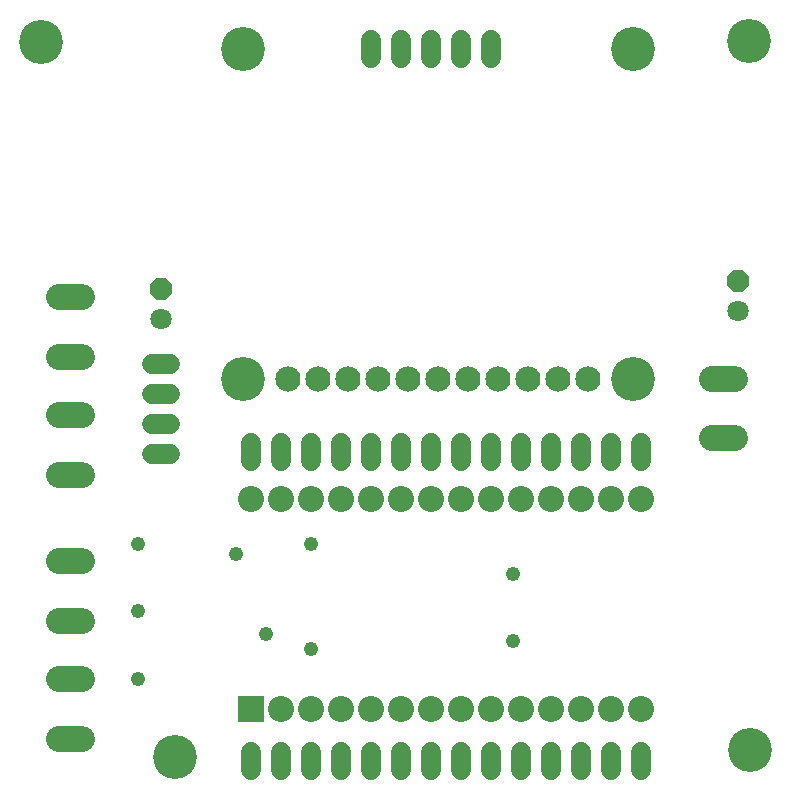
<source format=gbr>
G04 EAGLE Gerber RS-274X export*
G75*
%MOMM*%
%FSLAX34Y34*%
%LPD*%
%INSoldermask Top*%
%IPPOS*%
%AMOC8*
5,1,8,0,0,1.08239X$1,22.5*%
G01*
%ADD10C,1.727200*%
%ADD11C,2.203200*%
%ADD12R,2.203200X2.203200*%
%ADD13C,3.719200*%
%ADD14C,2.133600*%
%ADD15C,2.184400*%
%ADD16P,1.951982X8X112.500000*%
%ADD17C,1.803400*%
%ADD18C,1.219200*%


D10*
X144780Y482600D02*
X160020Y482600D01*
X160020Y457200D02*
X144780Y457200D01*
X144780Y431800D02*
X160020Y431800D01*
X160020Y406400D02*
X144780Y406400D01*
D11*
X228600Y368300D03*
X254000Y368300D03*
X279400Y368300D03*
X304800Y368300D03*
X330200Y368300D03*
X355600Y368300D03*
X381000Y368300D03*
X406400Y368300D03*
X431800Y368300D03*
X457200Y368300D03*
X482600Y368300D03*
X508000Y368300D03*
X533400Y368300D03*
X558800Y368300D03*
D12*
X228600Y190500D03*
D11*
X254000Y190500D03*
X279400Y190500D03*
X304800Y190500D03*
X330200Y190500D03*
X355600Y190500D03*
X381000Y190500D03*
X406400Y190500D03*
X431800Y190500D03*
X457200Y190500D03*
X482600Y190500D03*
X508000Y190500D03*
X533400Y190500D03*
X558800Y190500D03*
D13*
X222250Y469900D03*
X222250Y749300D03*
X552450Y749300D03*
X552450Y469900D03*
D14*
X514350Y469900D03*
X488950Y469900D03*
X463550Y469900D03*
X438150Y469900D03*
X412750Y469900D03*
X387350Y469900D03*
X361950Y469900D03*
X336550Y469900D03*
X311150Y469900D03*
X285750Y469900D03*
X260350Y469900D03*
D10*
X228600Y153924D02*
X228600Y138684D01*
X254000Y138684D02*
X254000Y153924D01*
X279400Y153924D02*
X279400Y138684D01*
X304800Y138684D02*
X304800Y153924D01*
X330200Y153924D02*
X330200Y138684D01*
X355600Y138684D02*
X355600Y153924D01*
X381000Y153924D02*
X381000Y138684D01*
X406400Y138684D02*
X406400Y153924D01*
X431800Y153924D02*
X431800Y138684D01*
X457200Y138684D02*
X457200Y153924D01*
X482600Y153924D02*
X482600Y138684D01*
X508000Y138684D02*
X508000Y153924D01*
X533400Y153924D02*
X533400Y138684D01*
X558800Y138684D02*
X558800Y153924D01*
X558800Y400050D02*
X558800Y415290D01*
X533400Y415290D02*
X533400Y400050D01*
X508000Y400050D02*
X508000Y415290D01*
X482600Y415290D02*
X482600Y400050D01*
X457200Y400050D02*
X457200Y415290D01*
X431800Y415290D02*
X431800Y400050D01*
X406400Y400050D02*
X406400Y415290D01*
X381000Y415290D02*
X381000Y400050D01*
X355600Y400050D02*
X355600Y415290D01*
X330200Y415290D02*
X330200Y400050D01*
X304800Y400050D02*
X304800Y415290D01*
X279400Y415290D02*
X279400Y400050D01*
X254000Y400050D02*
X254000Y415290D01*
X228600Y415290D02*
X228600Y400050D01*
D15*
X86106Y388366D02*
X66294Y388366D01*
X66294Y438658D02*
X86106Y438658D01*
X86106Y488442D02*
X66294Y488442D01*
X66294Y538734D02*
X86106Y538734D01*
X86106Y164846D02*
X66294Y164846D01*
X66294Y215138D02*
X86106Y215138D01*
X86106Y264922D02*
X66294Y264922D01*
X66294Y315214D02*
X86106Y315214D01*
X618744Y469646D02*
X638556Y469646D01*
X638556Y419354D02*
X618744Y419354D01*
D13*
X50800Y755142D03*
X650748Y755650D03*
X164338Y149352D03*
X651002Y155448D03*
D10*
X330200Y741680D02*
X330200Y756920D01*
X355600Y756920D02*
X355600Y741680D01*
X381000Y741680D02*
X381000Y756920D01*
X406400Y756920D02*
X406400Y741680D01*
X431800Y741680D02*
X431800Y756920D01*
D16*
X641350Y552450D03*
D17*
X641350Y527050D03*
D16*
X152400Y546100D03*
D17*
X152400Y520700D03*
D18*
X133350Y330200D03*
X133350Y215900D03*
X133350Y273050D03*
X450850Y304800D03*
X450850Y247650D03*
X215900Y321310D03*
X241300Y254000D03*
X279400Y241300D03*
X279400Y330200D03*
M02*

</source>
